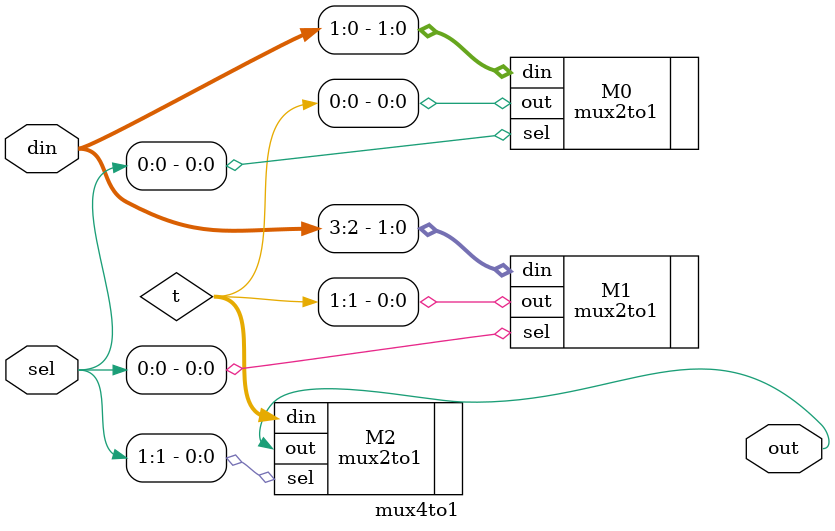
<source format=v>
module mux4to1 (
    input [3:0] din,  
    input [1:0] sel,  
    output  out    // now its wire   not out since using 2to1 to make it 
);

    // always @(*) begin
    //     case (sel)
    //         2'b00: out = din[0];
    //         2'b01: out = din[1];
    //         2'b10: out = din[2];
    //         2'b11: out = din[3];
    //         default: out = 1'b0;
    //     endcase
    // end

 // 4to1 using 2to1 
     wire  [1:0] t;
 mux2to1 M0 (.din(din[1:0]),.sel(sel[0]),.out(t[0]));
 mux2to1 M1 (.din(din[3:2]),.sel(sel[0]),.out(t[1]));
 mux2to1 M2 (.din(t[1:0]),.sel(sel[1]),.out(out));

endmodule

</source>
